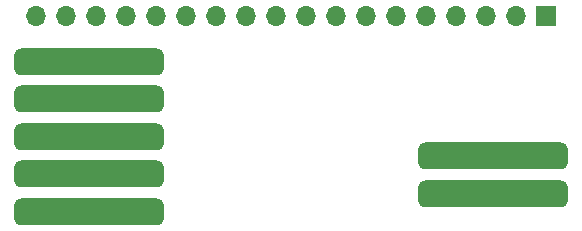
<source format=gbr>
%TF.GenerationSoftware,KiCad,Pcbnew,8.0.4-8.0.4-0~ubuntu22.04.1*%
%TF.CreationDate,2024-08-11T09:24:59-07:00*%
%TF.ProjectId,NX-ButtonInterface,4e582d42-7574-4746-9f6e-496e74657266,rev?*%
%TF.SameCoordinates,Original*%
%TF.FileFunction,Soldermask,Bot*%
%TF.FilePolarity,Negative*%
%FSLAX46Y46*%
G04 Gerber Fmt 4.6, Leading zero omitted, Abs format (unit mm)*
G04 Created by KiCad (PCBNEW 8.0.4-8.0.4-0~ubuntu22.04.1) date 2024-08-11 09:24:59*
%MOMM*%
%LPD*%
G01*
G04 APERTURE LIST*
G04 Aperture macros list*
%AMRoundRect*
0 Rectangle with rounded corners*
0 $1 Rounding radius*
0 $2 $3 $4 $5 $6 $7 $8 $9 X,Y pos of 4 corners*
0 Add a 4 corners polygon primitive as box body*
4,1,4,$2,$3,$4,$5,$6,$7,$8,$9,$2,$3,0*
0 Add four circle primitives for the rounded corners*
1,1,$1+$1,$2,$3*
1,1,$1+$1,$4,$5*
1,1,$1+$1,$6,$7*
1,1,$1+$1,$8,$9*
0 Add four rect primitives between the rounded corners*
20,1,$1+$1,$2,$3,$4,$5,0*
20,1,$1+$1,$4,$5,$6,$7,0*
20,1,$1+$1,$6,$7,$8,$9,0*
20,1,$1+$1,$8,$9,$2,$3,0*%
G04 Aperture macros list end*
%ADD10R,1.700000X1.700000*%
%ADD11O,1.700000X1.700000*%
%ADD12RoundRect,0.571500X5.778500X0.571500X-5.778500X0.571500X-5.778500X-0.571500X5.778500X-0.571500X0*%
%ADD13RoundRect,0.571500X-5.778500X-0.571500X5.778500X-0.571500X5.778500X0.571500X-5.778500X0.571500X0*%
G04 APERTURE END LIST*
D10*
%TO.C,J1*%
X129921000Y-92964000D03*
D11*
X127381000Y-92964000D03*
X124841000Y-92964000D03*
X122301000Y-92964000D03*
X119761000Y-92964000D03*
X117221000Y-92964000D03*
X114681000Y-92964000D03*
X112141000Y-92964000D03*
X109601000Y-92964000D03*
X107061000Y-92964000D03*
X104521000Y-92964000D03*
X101981000Y-92964000D03*
X99441000Y-92964000D03*
X96901000Y-92964000D03*
X94361000Y-92964000D03*
X91821000Y-92964000D03*
X89281000Y-92964000D03*
X86741000Y-92964000D03*
%TD*%
D12*
%TO.C,J4*%
X125463100Y-104863900D03*
X125463100Y-108038900D03*
%TD*%
D13*
%TO.C,J2*%
X91211400Y-109575600D03*
X91211400Y-106400600D03*
X91211400Y-103225600D03*
X91211400Y-100050600D03*
X91211400Y-96875600D03*
%TD*%
M02*

</source>
